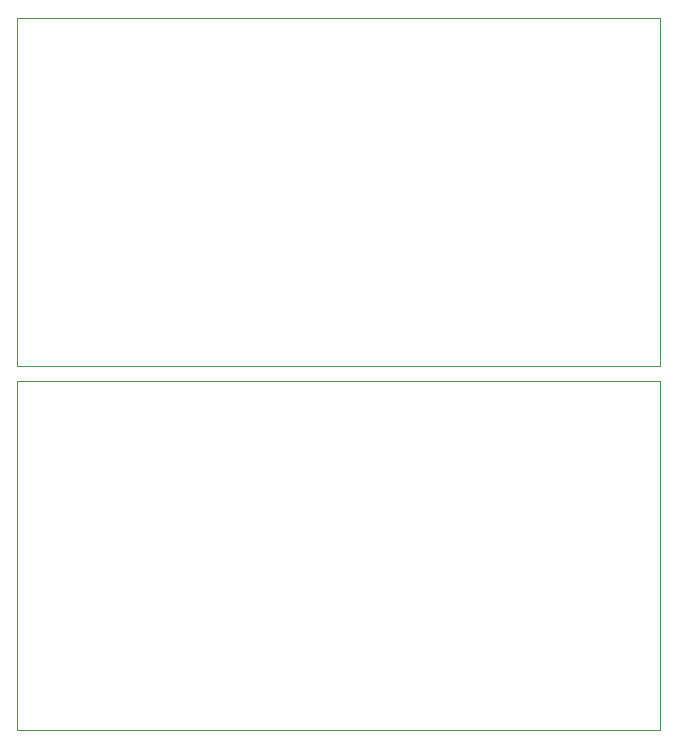
<source format=gbr>
%TF.GenerationSoftware,KiCad,Pcbnew,(5.1.9)-1*%
%TF.CreationDate,2021-03-22T13:16:07-04:00*%
%TF.ProjectId,BitDisplay,42697444-6973-4706-9c61-792e6b696361,rev?*%
%TF.SameCoordinates,Original*%
%TF.FileFunction,Paste,Bot*%
%TF.FilePolarity,Positive*%
%FSLAX46Y46*%
G04 Gerber Fmt 4.6, Leading zero omitted, Abs format (unit mm)*
G04 Created by KiCad (PCBNEW (5.1.9)-1) date 2021-03-22 13:16:07*
%MOMM*%
%LPD*%
G01*
G04 APERTURE LIST*
%TA.AperFunction,Profile*%
%ADD10C,0.100000*%
%TD*%
G04 APERTURE END LIST*
D10*
X100250000Y-110500000D02*
X100250000Y-81000000D01*
X154750000Y-110500000D02*
X100250000Y-110500000D01*
X154750000Y-81000000D02*
X154750000Y-110500000D01*
X100250000Y-81000000D02*
X154750000Y-81000000D01*
X154750000Y-79750000D02*
X154750000Y-50250000D01*
X100250000Y-79750000D02*
X100250000Y-50250000D01*
X100250000Y-79750000D02*
X154750000Y-79750000D01*
X100250000Y-50250000D02*
X154750000Y-50250000D01*
M02*

</source>
